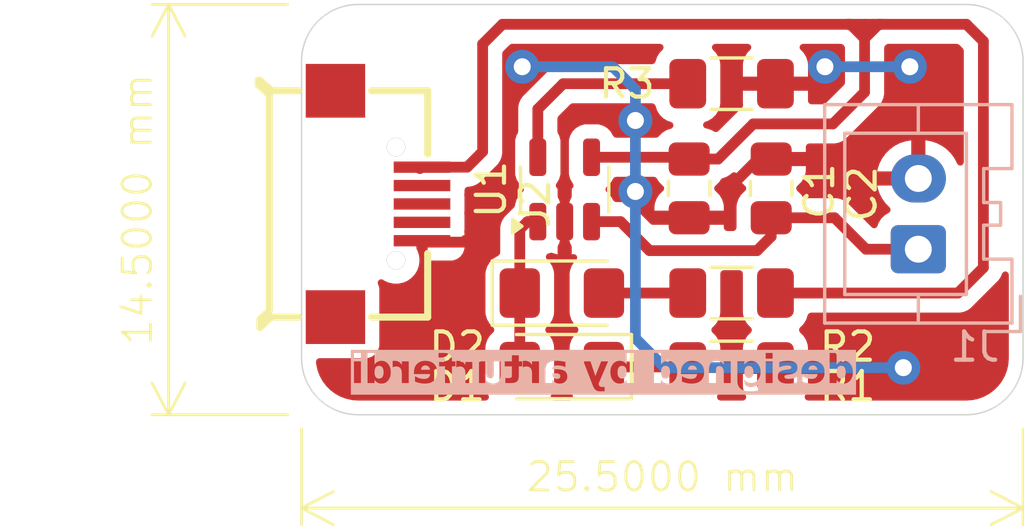
<source format=kicad_pcb>
(kicad_pcb (version 20240108) (generator "pcbnew") (generator_version "8.0")
  (layers (0 "F.Cu" signal) (31 "B.Cu" signal) (34 "B.Paste" user) (35 "F.Paste" user) (36 "B.SilkS" user "B.Silkscreen") (37 "F.SilkS" user "F.Silkscreen") (38 "B.Mask" user) (39 "F.Mask" user) (44 "Edge.Cuts" user))
  (net 0 "")
  (net 1 "GND")
  (net 2 "VBUS")
  (net 3 "Net-(J1-Pin_1)")
  (net 4 "Net-(D1-K)")
  (net 5 "Net-(D1-A)")
  (net 6 "Net-(D2-A)")
  (net 10 "Net-(U1-PROG)")
  (footprint "Capacitor_SMD:C_0805_2012Metric_Pad1.18x1.45mm_HandSolder" (layer "F.Cu") (at 157.5 91.8 -90)
    (property "Reference" "C1" (at 0.1 -4.6 90) (layer "F.SilkS"))
    (property "Value" "4.7uF")
    (fp_line (start -0.261252 0.735) (end 0.261252 0.735) (stroke (width 0.12)) (layer "F.SilkS"))
    (fp_line (start -0.261252 -0.735) (end 0.261252 -0.735) (stroke (width 0.12)) (layer "F.SilkS"))
    (pad "1" smd roundrect (at -1.0375 0 270) (size 1.175 1.45) (layers "F.Cu" "F.Paste" "F.Mask") (roundrect_rratio 0.212766) (net 2 "VBUS"))
    (pad "2" smd roundrect (at 1.0375 0 270) (size 1.175 1.45) (layers "F.Cu" "F.Paste" "F.Mask") (roundrect_rratio 0.212766) (net 1 "GND"))
  )
  (footprint "Package_TO_SOT_SMD:SOT-23-5" (layer "F.Cu") (at 153.1 91.8375 90)
    (property "Reference" "U1" (at 0 -2.6 -90) (layer "F.SilkS"))
    (property "Value" "MCP73831-2-OT")
    (fp_line (start 0 -1.56) (end 0.8 -1.56) (stroke (width 0.12)) (layer "F.SilkS"))
    (fp_line (start 0 -1.56) (end -0.8 -1.56) (stroke (width 0.12)) (layer "F.SilkS"))
    (fp_line (start 0 1.56) (end 0.8 1.56) (stroke (width 0.12)) (layer "F.SilkS"))
    (fp_line (start 0 1.56) (end -0.8 1.56) (stroke (width 0.12)) (layer "F.SilkS"))
    (fp_poly (pts (xy -1.3 -1.51) (xy -1.54 -1.84) (xy -1.06 -1.84) (xy -1.3 -1.51)) (stroke (width 0.12)) (fill solid) (layer "F.SilkS"))
    (pad "1" smd roundrect (at -1.1375 -0.95 90) (size 1.325 0.6) (layers "F.Cu" "F.Paste" "F.Mask") (net 5 "Net-(D1-A)"))
    (pad "2" smd roundrect (at -1.1375 0 90) (size 1.325 0.6) (layers "F.Cu" "F.Paste" "F.Mask") (net 1 "GND"))
    (pad "3" smd roundrect (at -1.1375 0.95 90) (size 1.325 0.6) (layers "F.Cu" "F.Paste" "F.Mask") (net 3 "Net-(J1-Pin_1)"))
    (pad "4" smd roundrect (at 1.1375 0.95 90) (size 1.325 0.6) (layers "F.Cu" "F.Paste" "F.Mask") (net 2 "VBUS"))
    (pad "5" smd roundrect (at 1.1375 -0.95 90) (size 1.325 0.6) (layers "F.Cu" "F.Paste" "F.Mask") (net 10 "Net-(U1-PROG)"))
  )
  (footprint "LED_SMD:LED_1206_3216Metric_Pad1.42x1.75mm_HandSolder" (layer "F.Cu") (at 153 98.1 180)
    (property "Reference" "D1" (at 3.7 -0.7 180) (layer "F.SilkS"))
    (property "Value" "LED")
    (fp_line (start 1.6 -1.135) (end -2.46 -1.135) (stroke (width 0.12)) (layer "F.SilkS"))
    (fp_line (start -2.46 1.135) (end 1.6 1.135) (stroke (width 0.12)) (layer "F.SilkS"))
    (fp_line (start -2.46 -1.135) (end -2.46 1.135) (stroke (width 0.12)) (layer "F.SilkS"))
    (pad "1" smd roundrect (at -1.4875 0 180) (size 1.425 1.75) (layers "F.Cu" "F.Paste" "F.Mask") (roundrect_rratio 0.175439) (net 4 "Net-(D1-K)"))
    (pad "2" smd roundrect (at 1.4875 0 180) (size 1.425 1.75) (layers "F.Cu" "F.Paste" "F.Mask") (roundrect_rratio 0.175439) (net 5 "Net-(D1-A)"))
  )
  (footprint "Resistor_SMD:R_1206_3216Metric_Pad1.30x1.75mm_HandSolder" (layer "F.Cu") (at 159 98.11)
    (property "Reference" "R1" (at 4.1 0.69 0) (layer "F.SilkS"))
    (property "Value" "390R")
    (fp_line (start -0.727064 -0.91) (end 0.727064 -0.91) (stroke (width 0.12)) (layer "F.SilkS"))
    (fp_line (start -0.727064 0.91) (end 0.727064 0.91) (stroke (width 0.12)) (layer "F.SilkS"))
    (pad "1" smd roundrect (at -1.55 0) (size 1.3 1.75) (layers "F.Cu" "F.Paste" "F.Mask") (roundrect_rratio 0.192308) (net 4 "Net-(D1-K)"))
    (pad "2" smd roundrect (at 1.55 0) (size 1.3 1.75) (layers "F.Cu" "F.Paste" "F.Mask") (roundrect_rratio 0.192308) (net 1 "GND"))
  )
  (footprint "Capacitor_SMD:C_0805_2012Metric_Pad1.18x1.45mm_HandSolder" (layer "F.Cu") (at 160.4 91.8 90)
    (property "Reference" "C2" (at -0.2 3.2 -90) (layer "F.SilkS"))
    (property "Value" "4.7uF")
    (fp_line (start -0.261252 -0.735) (end 0.261252 -0.735) (stroke (width 0.12)) (layer "F.SilkS"))
    (fp_line (start -0.261252 0.735) (end 0.261252 0.735) (stroke (width 0.12)) (layer "F.SilkS"))
    (pad "1" smd roundrect (at -1.0375 0 90) (size 1.175 1.45) (layers "F.Cu" "F.Paste" "F.Mask") (roundrect_rratio 0.212766) (net 3 "Net-(J1-Pin_1)"))
    (pad "2" smd roundrect (at 1.0375 0 90) (size 1.175 1.45) (layers "F.Cu" "F.Paste" "F.Mask") (roundrect_rratio 0.212766) (net 1 "GND"))
  )
  (footprint "Resistor_SMD:R_1206_3216Metric_Pad1.30x1.75mm_HandSolder" (layer "F.Cu") (at 159 88.1)
    (property "Reference" "R3" (at -3.7 0 0) (layer "F.SilkS"))
    (property "Value" "2K")
    (fp_line (start -0.727064 -0.91) (end 0.727064 -0.91) (stroke (width 0.12)) (layer "F.SilkS"))
    (fp_line (start -0.727064 0.91) (end 0.727064 0.91) (stroke (width 0.12)) (layer "F.SilkS"))
    (pad "1" smd roundrect (at -1.55 0) (size 1.3 1.75) (layers "F.Cu" "F.Paste" "F.Mask") (roundrect_rratio 0.192308) (net 10 "Net-(U1-PROG)"))
    (pad "2" smd roundrect (at 1.55 0) (size 1.3 1.75) (layers "F.Cu" "F.Paste" "F.Mask") (roundrect_rratio 0.192308) (net 1 "GND"))
  )
  (footprint "LED_SMD:LED_1206_3216Metric_Pad1.42x1.75mm_HandSolder" (layer "F.Cu") (at 153 95.5)
    (property "Reference" "D2" (at -3.7 1.9 0) (layer "F.SilkS"))
    (property "Value" "LED")
    (fp_line (start -2.46 -1.135) (end -2.46 1.135) (stroke (width 0.12)) (layer "F.SilkS"))
    (fp_line (start -2.46 1.135) (end 1.6 1.135) (stroke (width 0.12)) (layer "F.SilkS"))
    (fp_line (start 1.6 -1.135) (end -2.46 -1.135) (stroke (width 0.12)) (layer "F.SilkS"))
    (pad "1" smd roundrect (at -1.4875 0) (size 1.425 1.75) (layers "F.Cu" "F.Paste" "F.Mask") (roundrect_rratio 0.175439) (net 5 "Net-(D1-A)"))
    (pad "2" smd roundrect (at 1.4875 0) (size 1.425 1.75) (layers "F.Cu" "F.Paste" "F.Mask") (roundrect_rratio 0.175439) (net 6 "Net-(D2-A)"))
  )
  (footprint "Resistor_SMD:R_1206_3216Metric_Pad1.30x1.75mm_HandSolder" (layer "F.Cu") (at 159 95.5)
    (property "Reference" "R2" (at 4.1 1.9 0) (layer "F.SilkS"))
    (property "Value" "390R")
    (fp_line (start -0.727064 -0.91) (end 0.727064 -0.91) (stroke (width 0.12)) (layer "F.SilkS"))
    (fp_line (start -0.727064 0.91) (end 0.727064 0.91) (stroke (width 0.12)) (layer "F.SilkS"))
    (pad "1" smd roundrect (at -1.55 0) (size 1.3 1.75) (layers "F.Cu" "F.Paste" "F.Mask") (roundrect_rratio 0.192308) (net 6 "Net-(D2-A)"))
    (pad "2" smd roundrect (at 1.55 0) (size 1.3 1.75) (layers "F.Cu" "F.Paste" "F.Mask") (roundrect_rratio 0.192308) (net 2 "VBUS"))
  )
  (footprint "easyeda2kicad:MICRO-USB_MICRO-USB-32" (layer "F.Cu") (at 146.5275 92.35 -90)
    (property "Reference" "J2" (at 0 -5.53 -90) (layer "F.SilkS"))
    (property "Value" "USB_B_Micro")
    (fp_line (start -4.37 4.26) (end -4.37 4.2) (stroke (width 0.25)) (layer "F.SilkS"))
    (fp_line (start -4.21 4.26) (end -4.37 4.26) (stroke (width 0.25)) (layer "F.SilkS"))
    (fp_line (start -4.37 4.2) (end -4.01 3.78) (stroke (width 0.25)) (layer "F.SilkS"))
    (fp_line (start 4.08 4.2) (end 3.77 3.87) (stroke (width 0.25)) (layer "F.SilkS"))
    (fp_line (start 4.37 4.2) (end 4.08 4.2) (stroke (width 0.25)) (layer "F.SilkS"))
    (fp_line (start -3.85 3.87) (end -4.21 4.26) (stroke (width 0.25)) (layer "F.SilkS"))
    (fp_line (start 3.77 3.87) (end -3.85 3.87) (stroke (width 0.25)) (layer "F.SilkS"))
    (fp_line (start 3.99 3.78) (end 4.37 4.2) (stroke (width 0.25)) (layer "F.SilkS"))
    (fp_line (start -4 2.82) (end -4 3.78) (stroke (width 0.25)) (layer "F.SilkS"))
    (fp_line (start 4 2.82) (end 4 3.64) (stroke (width 0.25)) (layer "F.SilkS"))
    (fp_line (start -4 -1.73) (end -4 0.25) (stroke (width 0.25)) (layer "F.SilkS"))
    (fp_line (start -1.76 -1.73) (end -4 -1.73) (stroke (width 0.25)) (layer "F.SilkS"))
    (fp_line (start 4 -1.73) (end 4 0.25) (stroke (width 0.25)) (layer "F.SilkS"))
    (fp_line (start 4 -1.73) (end 1.75 -1.73) (stroke (width 0.25)) (layer "F.SilkS"))
    (pad "" thru_hole circle (at -2.01 -0.61 270) (size 0.65 0.65) (drill 0.65) (layers "*.Cu" "*.Mask"))
    (pad "" thru_hole circle (at 1.99 -0.61 270) (size 0.65 0.65) (drill 0.65) (layers "*.Cu" "*.Mask"))
    (pad "0" smd rect (at -4 1.53) (size 2.1 1.9) (layers "F.Cu" "F.Paste" "F.Mask"))
    (pad "0" smd rect (at 4 1.53) (size 2.1 1.9) (layers "F.Cu" "F.Paste" "F.Mask"))
    (pad "1" smd rect (at -1.3 -1.53 180) (size 2 0.4) (layers "F.Cu" "F.Paste" "F.Mask") (net 2 "VBUS"))
    (pad "2" smd rect (at -0.65 -1.53 180) (size 2 0.4) (layers "F.Cu" "F.Paste" "F.Mask"))
    (pad "3" smd rect (at 0 -1.53 180) (size 2 0.4) (layers "F.Cu" "F.Paste" "F.Mask"))
    (pad "4" smd rect (at 0.65 -1.53 180) (size 2 0.4) (layers "F.Cu" "F.Paste" "F.Mask"))
    (pad "5" smd rect (at 1.3 -1.53 180) (size 2 0.4) (layers "F.Cu" "F.Paste" "F.Mask") (net 1 "GND"))
  )
  (footprint "Connector_JST:JST_XA_B02B-XASK-1_1x02_P2.50mm_Vertical" (layer "B.Cu") (at 165.6 93.95 90)
    (property "Reference" "J1" (at -3.45 2 0) (layer "B.SilkS") (effects (justify mirror)))
    (property "Value" "Conn_01x02_Socket")
    (fp_line (start 5.11 -3.31) (end -2.61 -3.31) (stroke (width 0.12)) (layer "B.SilkS"))
    (fp_line (start -2.61 -3.31) (end -2.61 3.31) (stroke (width 0.12)) (layer "B.SilkS"))
    (fp_line (start 4.1 -2.6) (end -1.6 -2.6) (stroke (width 0.12)) (layer "B.SilkS"))
    (fp_line (start -1.6 -2.6) (end -1.6 1.7) (stroke (width 0.12)) (layer "B.SilkS"))
    (fp_line (start 4.1 0) (end 5.11 0) (stroke (width 0.12)) (layer "B.SilkS"))
    (fp_line (start -1.6 0) (end -2.61 0) (stroke (width 0.12)) (layer "B.SilkS"))
    (fp_line (start 4.1 1.7) (end 4.1 -2.6) (stroke (width 0.12)) (layer "B.SilkS"))
    (fp_line (start -1.6 1.7) (end 4.1 1.7) (stroke (width 0.12)) (layer "B.SilkS"))
    (fp_line (start 2.85 2.31) (end 2.85 3.31) (stroke (width 0.12)) (layer "B.SilkS"))
    (fp_line (start 1.65 2.31) (end 2.85 2.31) (stroke (width 0.12)) (layer "B.SilkS"))
    (fp_line (start 0.85 2.31) (end 0.85 2.91) (stroke (width 0.12)) (layer "B.SilkS"))
    (fp_line (start -0.35 2.31) (end 0.85 2.31) (stroke (width 0.12)) (layer "B.SilkS"))
    (fp_line (start -2.91 2.36) (end -2.91 3.61) (stroke (width 0.12)) (layer "B.SilkS"))
    (fp_line (start 1.65 2.91) (end 1.65 2.31) (stroke (width 0.12)) (layer "B.SilkS"))
    (fp_line (start 0.85 2.91) (end 1.65 2.91) (stroke (width 0.12)) (layer "B.SilkS"))
    (fp_line (start 5.11 3.31) (end 5.11 -3.31) (stroke (width 0.12)) (layer "B.SilkS"))
    (fp_line (start 2.85 3.31) (end 5.11 3.31) (stroke (width 0.12)) (layer "B.SilkS"))
    (fp_line (start -0.35 3.31) (end -0.35 2.31) (stroke (width 0.12)) (layer "B.SilkS"))
    (fp_line (start -2.61 3.31) (end -0.35 3.31) (stroke (width 0.12)) (layer "B.SilkS"))
    (fp_line (start -2.91 3.61) (end -1.66 3.61) (stroke (width 0.12)) (layer "B.SilkS"))
    (pad "1" thru_hole roundrect (at 0 0 90) (size 1.7 1.95) (drill 0.95) (layers "*.Cu" "*.Mask") (roundrect_rratio 0.147059) (net 3 "Net-(J1-Pin_1)"))
    (pad "2" thru_hole oval (at 2.5 0 90) (size 1.7 1.95) (drill 0.95) (layers "*.Cu" "*.Mask") (net 1 "GND"))
  )
  (gr_arc (start 143.8 87.3) (mid 144.385786 85.885786) (end 145.8 85.3) (stroke (width 0.05)) (layer "Edge.Cuts"))
  (gr_arc (start 167.3 85.3) (mid 168.714214 85.885786) (end 169.3 87.3) (stroke (width 0.05)) (layer "Edge.Cuts"))
  (gr_line (start 169.3 87.3) (end 169.3 97.8) (stroke (width 0.05)) (layer "Edge.Cuts"))
  (gr_arc (start 169.3 97.8) (mid 168.714214 99.214214) (end 167.3 99.8) (stroke (width 0.05)) (layer "Edge.Cuts"))
  (gr_line (start 167.3 99.8) (end 145.8 99.8) (stroke (width 0.05)) (layer "Edge.Cuts"))
  (gr_line (start 145.8 85.3) (end 167.3 85.3) (stroke (width 0.05)) (layer "Edge.Cuts"))
  (gr_line (start 143.8 97.8) (end 143.8 87.3) (stroke (width 0.05)) (layer "Edge.Cuts"))
  (gr_arc (start 145.8 99.8) (mid 144.385786 99.214214) (end 143.8 97.8) (stroke (width 0.05)) (layer "Edge.Cuts"))
  (gr_text "designed by arturferdi" (at 163.35 98.85 0) (layer "B.SilkS" knockout) (effects (font (size 1 1) (thickness 0.2) (bold yes)) (justify left bottom mirror)))
  (dimension (type aligned) (layer "F.SilkS") (pts (xy 169.3 99.8) (xy 143.8 99.8)) (height -3.3) (gr_text "25,5000 mm" (at 156.55 102 0) (layer "F.SilkS") (effects (font (size 1 1) (thickness 0.1)))) (format (prefix "") (suffix "") (units 3) (units_format 1) (precision 4)) (style (thickness 0.1) (arrow_length 1.27) (text_position_mode 0) (extension_height 0.58642) (extension_offset 0.5) keep_text_aligned))
  (dimension (type aligned) (layer "F.SilkS") (pts (xy 143.8 85.3) (xy 143.8 99.8)) (height 4.7) (gr_text "14,5000 mm" (at 138 92.55 90) (layer "F.SilkS") (effects (font (size 1 1) (thickness 0.1)))) (format (prefix "") (suffix "") (units 3) (units_format 1) (precision 4)) (style (thickness 0.1) (arrow_length 1.27) (text_position_mode 0) (extension_height 0.58642) (extension_offset 0.5) keep_text_aligned))
  (segment (start 160.4 90.7625) (end 159.9375 90.7625) (width 0.381) (layer "F.Cu") (net 1))
  (segment (start 147.9825 93.7) (end 149.5 93.7) (width 0.381) (layer "F.Cu") (net 1))
  (segment (start 159.9375 90.7625) (end 159.1 91.6) (width 0.381) (layer "F.Cu") (net 1))
  (via (at 162.3 87.5) (size 1.2) (drill 0.6) (layers "F.Cu" "B.Cu") (net 1))
  (via (at 155.6 89.4) (size 1.2) (drill 0.6) (layers "F.Cu" "B.Cu") (net 1))
  (via (at 165.07034 98.136236) (size 1.2) (drill 0.6) (layers "F.Cu" "B.Cu") (net 1))
  (via (at 155.6 91.909253) (size 1.2) (drill 0.6) (layers "F.Cu" "B.Cu") (net 1))
  (via (at 151.6 87.5) (size 1.2) (drill 0.6) (layers "F.Cu" "B.Cu") (net 1))
  (via (at 165.3 87.5) (size 1.2) (drill 0.6) (layers "F.Cu" "B.Cu") (net 1))
  (segment (start 151.6 87.5) (end 154.8 87.5) (width 0.381) (layer "B.Cu") (net 1))
  (segment (start 155.6 88.3) (end 155.6 89.4) (width 0.381) (layer "B.Cu") (net 1))
  (segment (start 165.07034 98.136236) (end 156.636236 98.136236) (width 0.381) (layer "B.Cu") (net 1))
  (segment (start 165.3 87.5) (end 162.3 87.5) (width 0.381) (layer "B.Cu") (net 1))
  (segment (start 156.636236 98.136236) (end 155.6 97.1) (width 0.381) (layer "B.Cu") (net 1))
  (segment (start 154.8 87.5) (end 155.6 88.3) (width 0.381) (layer "B.Cu") (net 1))
  (segment (start 155.6 97.1) (end 155.6 91.909253) (width 0.381) (layer "B.Cu") (net 1))
  (segment (start 155.6 91.909253) (end 155.6 89.4) (width 0.381) (layer "B.Cu") (net 1))
  (segment (start 167.9 86.6) (end 167.3 86) (width 0.381) (layer "F.Cu") (net 2))
  (segment (start 167.9 94.6) (end 167.9 86.6) (width 0.381) (layer "F.Cu") (net 2))
  (segment (start 150.9 86) (end 163.1 86) (width 0.381) (layer "F.Cu") (net 2))
  (segment (start 159.765336 89.519781) (end 162.580219 89.519781) (width 0.381) (layer "F.Cu") (net 2))
  (segment (start 158.522617 90.7625) (end 159.765336 89.519781) (width 0.381) (layer "F.Cu") (net 2))
  (segment (start 167 95.5) (end 167.9 94.6) (width 0.381) (layer "F.Cu") (net 2))
  (segment (start 163.7 88.4) (end 163.7 86.5) (width 0.381) (layer "F.Cu") (net 2))
  (segment (start 147.9825 91.1) (end 148.0325 91.05) (width 0.381) (layer "F.Cu") (net 2))
  (segment (start 150.2 90.5) (end 150.2 86.7) (width 0.381) (layer "F.Cu") (net 2))
  (segment (start 148.0325 91.05) (end 149.65 91.05) (width 0.381) (layer "F.Cu") (net 2))
  (segment (start 157.5 90.7625) (end 158.522617 90.7625) (width 0.381) (layer "F.Cu") (net 2))
  (segment (start 163.7 86.5) (end 164.2 86) (width 0.381) (layer "F.Cu") (net 2))
  (segment (start 157.4375 90.7) (end 157.5 90.7625) (width 0.381) (layer "F.Cu") (net 2))
  (segment (start 162.580219 89.519781) (end 163.7 88.4) (width 0.381) (layer "F.Cu") (net 2))
  (segment (start 163.2 86) (end 163.1 86) (width 0.381) (layer "F.Cu") (net 2))
  (segment (start 160.55 95.5) (end 167 95.5) (width 0.381) (layer "F.Cu") (net 2))
  (segment (start 163.7 86.5) (end 163.7 86) (width 0.381) (layer "F.Cu") (net 2))
  (segment (start 154.05 90.7) (end 157.4375 90.7) (width 0.381) (layer "F.Cu") (net 2))
  (segment (start 150.2 86.7) (end 150.9 86) (width 0.381) (layer "F.Cu") (net 2))
  (segment (start 167.3 86) (end 164.3 86) (width 0.381) (layer "F.Cu") (net 2))
  (segment (start 164.2 86) (end 164.3 86) (width 0.381) (layer "F.Cu") (net 2))
  (segment (start 149.65 91.05) (end 150.2 90.5) (width 0.381) (layer "F.Cu") (net 2))
  (segment (start 163.7 86.5) (end 163.2 86) (width 0.381) (layer "F.Cu") (net 2))
  (segment (start 164.3 86) (end 163.1 86) (width 0.381) (layer "F.Cu") (net 2))
  (segment (start 159.9 94) (end 156.1 94) (width 0.381) (layer "F.Cu") (net 3))
  (segment (start 162.637137 92.8375) (end 163.749637 93.95) (width 0.381) (layer "F.Cu") (net 3))
  (segment (start 160.4 93.5) (end 159.9 94) (width 0.381) (layer "F.Cu") (net 3))
  (segment (start 155.075 92.975) (end 154.05 92.975) (width 0.381) (layer "F.Cu") (net 3))
  (segment (start 160.4 92.8375) (end 162.637137 92.8375) (width 0.381) (layer "F.Cu") (net 3))
  (segment (start 163.749637 93.95) (end 165.6 93.95) (width 0.381) (layer "F.Cu") (net 3))
  (segment (start 160.4 92.8375) (end 160.4 93.5) (width 0.381) (layer "F.Cu") (net 3))
  (segment (start 156.1 94) (end 155.075 92.975) (width 0.381) (layer "F.Cu") (net 3))
  (segment (start 154.4975 98.11) (end 154.4875 98.1) (width 0.381) (layer "F.Cu") (net 4))
  (segment (start 157.45 98.11) (end 154.4975 98.11) (width 0.381) (layer "F.Cu") (net 4))
  (segment (start 152.15 92.975) (end 151.784929 92.975) (width 0.381) (layer "F.Cu") (net 5))
  (segment (start 151.784929 92.975) (end 151.5125 93.247429) (width 0.381) (layer "F.Cu") (net 5))
  (segment (start 151.5125 93.247429) (end 151.5125 95.5) (width 0.381) (layer "F.Cu") (net 5))
  (segment (start 151.5125 98.1) (end 151.5125 95.5) (width 0.381) (layer "F.Cu") (net 5))
  (segment (start 157.45 95.5) (end 154.4875 95.5) (width 0.381) (layer "F.Cu") (net 6))
  (segment (start 157.45 88.1) (end 153.046763 88.1) (width 0.381) (layer "F.Cu") (net 10))
  (segment (start 153.046763 88.1) (end 152.15 88.996763) (width 0.381) (layer "F.Cu") (net 10))
  (segment (start 152.15 88.996763) (end 152.15 90.7) (width 0.381) (layer "F.Cu") (net 10))
  (zone (net 1) (net_name "GND") (layer "F.Cu") (connect_pads (clearance 0.5)) (min_thickness 0.25) (fill yes (thermal_gap 0.5) (thermal_bridge_width 0.5))
    (polygon (pts (xy 143.8 99.8) (xy 169.3 99.8) (xy 169.3 85.3) (xy 143.8 85.3)))
  )
)
</source>
